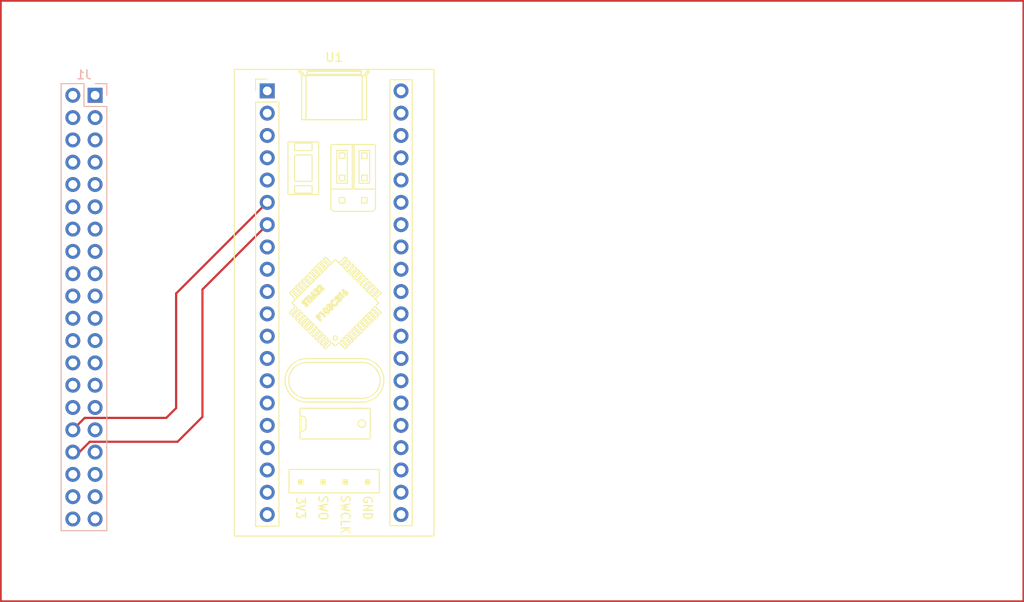
<source format=kicad_pcb>
(kicad_pcb (version 20211014) (generator pcbnew)
  (layers (0 "F.Cu" signal) (31 "B.Cu" signal) (34 "B.Paste" user) (35 "F.Paste" user) (36 "B.SilkS" user "B.Silkscreen") (37 "F.SilkS" user "F.Silkscreen") (38 "B.Mask" user) (39 "F.Mask" user) (44 "Edge.Cuts" user))
  (net 0 "")
  (net 68 "unconnected-(J1-Pad32)")
  (net 70 "unconnected-(J1-Pad34)")
  (net 77 "Net-(J1-Pad25)")
  (net 78 "Net-(J1-Pad24)")
  (footprint "Footprints:YAAJ_BluePill_1" (layer "F.Cu") (at 159.88 81.37)
    (fp_text reference "U1" (at 7.62 -3.81) (layer "F.SilkS"))
    (fp_text value "STM32F405RGTx" hide)
    (fp_text user "SWCLK" (at 8.89 48.26 270 unlocked) (layer "F.SilkS") (effects (font (size 1 0.9))))
    (fp_text user "3V3" (at 3.81 47.498 270 unlocked) (layer "F.SilkS") (effects (font (size 1 0.9))))
    (fp_text user "GND" (at 11.43 47.498 270 unlocked) (layer "F.SilkS") (effects (font (size 1 0.9))))
    (fp_text user "SWO" (at 6.35 47.498 270 unlocked) (layer "F.SilkS") (effects (font (size 1 0.9))))
    (pad "1" thru_hole rect locked (at 0 0) (size 1.7 1.7) (drill 1) (layers *.Cu *.Mask))
    (pad "2" thru_hole circle locked (at 0 2.54) (size 1.7 1.7) (drill 1) (layers *.Cu *.Mask))
    (pad "3" thru_hole circle locked (at 0 5.08) (size 1.7 1.7) (drill 1) (layers *.Cu *.Mask))
    (pad "4" thru_hole circle locked (at 0 7.62) (size 1.7 1.7) (drill 1) (layers *.Cu *.Mask))
    (pad "5" thru_hole circle locked (at 0 10.16) (size 1.7 1.7) (drill 1) (layers *.Cu *.Mask))
    (pad "6" thru_hole circle locked (at 0 12.7) (size 1.7 1.7) (drill 1) (layers *.Cu *.Mask) (net 68 "unconnected-(J1-Pad32)"))
    (pad "7" thru_hole circle locked (at 0 15.24) (size 1.7 1.7) (drill 1) (layers *.Cu *.Mask) (net 70 "unconnected-(J1-Pad34)"))
    (pad "8" thru_hole circle locked (at 0 17.78) (size 1.7 1.7) (drill 1) (layers *.Cu *.Mask))
    (pad "9" thru_hole circle locked (at 0 20.32) (size 1.7 1.7) (drill 1) (layers *.Cu *.Mask))
    (pad "10" thru_hole circle locked (at 0 22.86) (size 1.7 1.7) (drill 1) (layers *.Cu *.Mask))
    (pad "11" thru_hole circle locked (at 0 25.4) (size 1.7 1.7) (drill 1) (layers *.Cu *.Mask))
    (pad "12" thru_hole circle locked (at 0 27.94) (size 1.7 1.7) (drill 1) (layers *.Cu *.Mask))
    (pad "13" thru_hole circle locked (at 0 30.48) (size 1.7 1.7) (drill 1) (layers *.Cu *.Mask))
    (pad "14" thru_hole circle locked (at 0 33.02) (size 1.7 1.7) (drill 1) (layers *.Cu *.Mask))
    (pad "15" thru_hole circle locked (at 0 35.56) (size 1.7 1.7) (drill 1) (layers *.Cu *.Mask))
    (pad "16" thru_hole circle locked (at 0 38.1) (size 1.7 1.7) (drill 1) (layers *.Cu *.Mask))
    (pad "17" thru_hole circle locked (at 0 40.64) (size 1.7 1.7) (drill 1) (layers *.Cu *.Mask))
    (pad "18" thru_hole circle locked (at 0 43.18) (size 1.7 1.7) (drill 1) (layers *.Cu *.Mask))
    (pad "19" thru_hole circle locked (at 0 45.72) (size 1.7 1.7) (drill 1) (layers *.Cu *.Mask))
    (pad "20" thru_hole circle locked (at 0 48.26) (size 1.7 1.7) (drill 1) (layers *.Cu *.Mask))
    (pad "21" thru_hole circle locked (at 15.24 48.26) (size 1.7 1.7) (drill 1) (layers *.Cu *.Mask))
    (pad "22" thru_hole circle locked (at 15.24 45.72) (size 1.7 1.7) (drill 1) (layers *.Cu *.Mask))
    (pad "23" thru_hole circle locked (at 15.24 43.18) (size 1.7 1.7) (drill 1) (layers *.Cu *.Mask))
    (pad "24" thru_hole circle locked (at 15.24 40.64) (size 1.7 1.7) (drill 1) (layers *.Cu *.Mask))
    (pad "25" thru_hole circle locked (at 15.24 38.1) (size 1.7 1.7) (drill 1) (layers *.Cu *.Mask))
    (pad "26" thru_hole circle locked (at 15.24 35.56) (size 1.7 1.7) (drill 1) (layers *.Cu *.Mask))
    (pad "27" thru_hole circle locked (at 15.24 33.02) (size 1.7 1.7) (drill 1) (layers *.Cu *.Mask))
    (pad "28" thru_hole circle locked (at 15.24 30.48) (size 1.7 1.7) (drill 1) (layers *.Cu *.Mask))
    (pad "29" thru_hole circle locked (at 15.24 27.94) (size 1.7 1.7) (drill 1) (layers *.Cu *.Mask))
    (pad "30" thru_hole circle locked (at 15.24 25.4) (size 1.7 1.7) (drill 1) (layers *.Cu *.Mask))
    (pad "31" thru_hole circle locked (at 15.24 22.86) (size 1.7 1.7) (drill 1) (layers *.Cu *.Mask))
    (pad "32" thru_hole circle locked (at 15.24 20.32) (size 1.7 1.7) (drill 1) (layers *.Cu *.Mask))
    (pad "33" thru_hole circle locked (at 15.24 17.78) (size 1.7 1.7) (drill 1) (layers *.Cu *.Mask))
    (pad "34" thru_hole circle locked (at 15.24 15.24) (size 1.7 1.7) (drill 1) (layers *.Cu *.Mask))
    (pad "35" thru_hole circle locked (at 15.24 12.7) (size 1.7 1.7) (drill 1) (layers *.Cu *.Mask))
    (pad "36" thru_hole circle locked (at 15.24 10.16) (size 1.7 1.7) (drill 1) (layers *.Cu *.Mask))
    (pad "37" thru_hole circle locked (at 15.24 7.62) (size 1.7 1.7) (drill 1) (layers *.Cu *.Mask))
    (pad "38" thru_hole circle locked (at 15.24 5.08) (size 1.7 1.7) (drill 1) (layers *.Cu *.Mask))
    (pad "39" thru_hole circle locked (at 15.24 2.54) (size 1.7 1.7) (drill 1) (layers *.Cu *.Mask))
    (pad "40" thru_hole circle locked (at 15.24 0) (size 1.7 1.7) (drill 1) (layers *.Cu *.Mask))
  )
  (footprint "Connector_PinHeader_2.54mm:PinHeader_2x20_P2.54mm_Vertical" (layer "B.Cu") (at 140.275 81.875 180)
    (fp_text reference "J1" (at 1.27 2.33) (layer "B.SilkS") (effects (justify mirror)))
    (fp_text value "Conn_02x20_Top_Bottom")
    (pad "1" thru_hole rect (at 0 0 180) (size 1.7 1.7) (drill 1) (layers *.Cu *.Mask))
    (pad "2" thru_hole oval (at 2.54 0 180) (size 1.7 1.7) (drill 1) (layers *.Cu *.Mask))
    (pad "3" thru_hole oval (at 0 -2.54 180) (size 1.7 1.7) (drill 1) (layers *.Cu *.Mask))
    (pad "4" thru_hole oval (at 2.54 -2.54 180) (size 1.7 1.7) (drill 1) (layers *.Cu *.Mask))
    (pad "5" thru_hole oval (at 0 -5.08 180) (size 1.7 1.7) (drill 1) (layers *.Cu *.Mask))
    (pad "6" thru_hole oval (at 2.54 -5.08 180) (size 1.7 1.7) (drill 1) (layers *.Cu *.Mask))
    (pad "7" thru_hole oval (at 0 -7.62 180) (size 1.7 1.7) (drill 1) (layers *.Cu *.Mask))
    (pad "8" thru_hole oval (at 2.54 -7.62 180) (size 1.7 1.7) (drill 1) (layers *.Cu *.Mask))
    (pad "9" thru_hole oval (at 0 -10.16 180) (size 1.7 1.7) (drill 1) (layers *.Cu *.Mask))
    (pad "10" thru_hole oval (at 2.54 -10.16 180) (size 1.7 1.7) (drill 1) (layers *.Cu *.Mask))
    (pad "11" thru_hole oval (at 0 -12.7 180) (size 1.7 1.7) (drill 1) (layers *.Cu *.Mask))
    (pad "12" thru_hole oval (at 2.54 -12.7 180) (size 1.7 1.7) (drill 1) (layers *.Cu *.Mask))
    (pad "13" thru_hole oval (at 0 -15.24 180) (size 1.7 1.7) (drill 1) (layers *.Cu *.Mask))
    (pad "14" thru_hole oval (at 2.54 -15.24 180) (size 1.7 1.7) (drill 1) (layers *.Cu *.Mask))
    (pad "15" thru_hole oval (at 0 -17.78 180) (size 1.7 1.7) (drill 1) (layers *.Cu *.Mask))
    (pad "16" thru_hole oval (at 2.54 -17.78 180) (size 1.7 1.7) (drill 1) (layers *.Cu *.Mask))
    (pad "17" thru_hole oval (at 0 -20.32 180) (size 1.7 1.7) (drill 1) (layers *.Cu *.Mask))
    (pad "18" thru_hole oval (at 2.54 -20.32 180) (size 1.7 1.7) (drill 1) (layers *.Cu *.Mask))
    (pad "19" thru_hole oval (at 0 -22.86 180) (size 1.7 1.7) (drill 1) (layers *.Cu *.Mask))
    (pad "20" thru_hole oval (at 2.54 -22.86 180) (size 1.7 1.7) (drill 1) (layers *.Cu *.Mask))
    (pad "21" thru_hole oval (at 0 -25.4 180) (size 1.7 1.7) (drill 1) (layers *.Cu *.Mask))
    (pad "22" thru_hole oval (at 2.54 -25.4 180) (size 1.7 1.7) (drill 1) (layers *.Cu *.Mask))
    (pad "23" thru_hole oval (at 0 -27.94 180) (size 1.7 1.7) (drill 1) (layers *.Cu *.Mask))
    (pad "24" thru_hole oval (at 2.54 -27.94 180) (size 1.7 1.7) (drill 1) (layers *.Cu *.Mask) (net 78 "Net-(J1-Pad24)"))
    (pad "25" thru_hole oval (at 0 -30.48 180) (size 1.7 1.7) (drill 1) (layers *.Cu *.Mask) (net 77 "Net-(J1-Pad25)"))
    (pad "26" thru_hole oval (at 2.54 -30.48 180) (size 1.7 1.7) (drill 1) (layers *.Cu *.Mask))
    (pad "27" thru_hole oval (at 0 -33.02 180) (size 1.7 1.7) (drill 1) (layers *.Cu *.Mask))
    (pad "28" thru_hole oval (at 2.54 -33.02 180) (size 1.7 1.7) (drill 1) (layers *.Cu *.Mask))
    (pad "29" thru_hole oval (at 0 -35.56 180) (size 1.7 1.7) (drill 1) (layers *.Cu *.Mask))
    (pad "30" thru_hole oval (at 2.54 -35.56 180) (size 1.7 1.7) (drill 1) (layers *.Cu *.Mask))
    (pad "31" thru_hole oval (at 0 -38.1 180) (size 1.7 1.7) (drill 1) (layers *.Cu *.Mask))
    (pad "32" thru_hole oval (at 2.54 -38.1 180) (size 1.7 1.7) (drill 1) (layers *.Cu *.Mask) (net 68 "unconnected-(J1-Pad32)"))
    (pad "33" thru_hole oval (at 0 -40.64 180) (size 1.7 1.7) (drill 1) (layers *.Cu *.Mask))
    (pad "34" thru_hole oval (at 2.54 -40.64 180) (size 1.7 1.7) (drill 1) (layers *.Cu *.Mask) (net 70 "unconnected-(J1-Pad34)"))
    (pad "35" thru_hole oval (at 0 -43.18 180) (size 1.7 1.7) (drill 1) (layers *.Cu *.Mask))
    (pad "36" thru_hole oval (at 2.54 -43.18 180) (size 1.7 1.7) (drill 1) (layers *.Cu *.Mask))
    (pad "37" thru_hole oval (at 0 -45.72 180) (size 1.7 1.7) (drill 1) (layers *.Cu *.Mask))
    (pad "38" thru_hole oval (at 2.54 -45.72 180) (size 1.7 1.7) (drill 1) (layers *.Cu *.Mask))
    (pad "39" thru_hole oval (at 0 -48.26 180) (size 1.7 1.7) (drill 1) (layers *.Cu *.Mask))
    (pad "40" thru_hole oval (at 2.54 -48.26 180) (size 1.7 1.7) (drill 1) (layers *.Cu *.Mask))
  )
  (gr_rect (start 246 71.12) (end 129.54 139.5) (layer "F.Cu") (width 0.2) (fill none))
  (segment (start 159.88 94.07) (end 149.5 104.45) (width 0.25) (layer "F.Cu") (net 68))
  (segment (start 148.5 118.5) (end 148.379999 118.620001) (width 0.25) (layer "F.Cu") (net 68))
  (segment (start 149.5 104.45) (end 149.5 117.5) (width 0.25) (layer "F.Cu") (net 68))
  (segment (start 148.379999 118.620001) (end 139.089999 118.620001) (width 0.25) (layer "F.Cu") (net 68))
  (segment (start 149.5 117.5) (end 148.5 118.5) (width 0.25) (layer "F.Cu") (net 68))
  (segment (start 139.089999 118.620001) (end 137.735 119.975) (width 0.25) (layer "F.Cu") (net 68))
  (segment (start 139.66 121.34) (end 138.485 122.515) (width 0.25) (layer "F.Cu") (net 70))
  (segment (start 152.5 118.5) (end 149.66 121.34) (width 0.25) (layer "F.Cu") (net 70))
  (segment (start 149.66 121.34) (end 139.66 121.34) (width 0.25) (layer "F.Cu") (net 70))
  (segment (start 152.5 103.99) (end 152.5 118.5) (width 0.25) (layer "F.Cu") (net 70))
  (segment (start 159.88 96.61) (end 152.5 103.99) (width 0.25) (layer "F.Cu") (net 70))
  (segment (start 138.485 122.515) (end 137.735 122.515) (width 0.25) (layer "F.Cu") (net 70))
)
</source>
